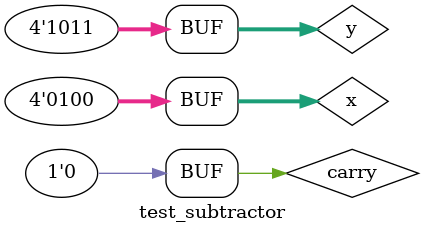
<source format=v>

module subtractor(output [16:0]s, input [3:0]a, input [3:0]b, input carryIn); 


xor X1(s[0],a[0],b[0]);
xor X2(s[1],a[1],b[1]);
xor X3(s[2],a[2],b[2]);
xor X4(s[3],a[3],b[3]);

and A1(s[7],~a[0],b[0]);
and A2(s[6],~a[1],b[1]);
and A3(s[5],~a[2],b[2]);
and A4(s[4],~a[3],b[3]);

xor X4(s[11],s[0],carryIn);
xor X5(s[10],s[1],carryIn);
xor X6(s[9],s[2],carryIn);
xor X7(s[8],s[3],carryIn);

and A5(s[15],~s[0],carryIn);
and A6(s[14],~s[1],carryIn);
and A7(s[13],~s[2],carryIn);
and A8(s[12],~s[3],carryIn);

xor  O1(s[16],s[7],s[6],s[5],s[4],s[15],s[14],s[13],s[12]);


endmodule // subtractor 
module test_subtractor; 
// ------------------------- definir dados 
reg [3:0]x; 
reg  [3:0]y; 
reg carry; 
wire [16:0] soma; 


subtractor Sub(soma,x,y,carry);
// ------------------------- parte principal 
initial begin 
$display("Exemplo0022 - Fernando Silva - 414506"); 
$display("Test ALU's full adder"); 
$display("x  -  y  = sinal resultado");
#1 x=4'b0000; y=4'b0000; carry=1'b0;
$monitor("%3b - %3b = %1b ", x,y,soma[8],soma[9],soma[10],soma[11]);    //soma[11:8]>>carry out,soma[16]>>saida
#1 x=4'b1010; y=4'b1101; carry=1'b0;
#1 x=4'b0111; y=4'b0011; carry=1'b0;
#1 x=4'b0100; y=4'b1011; carry=1'b0;


// projetar testes do somador complete 
end 
endmodule // test_subtractor 
</source>
